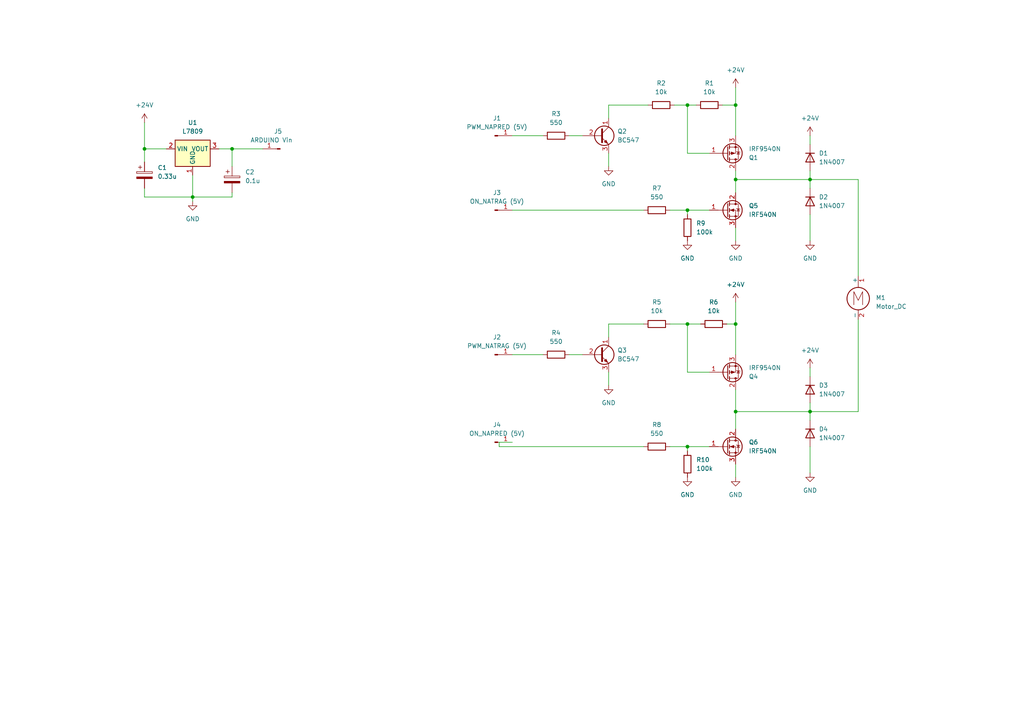
<source format=kicad_sch>
(kicad_sch (version 20230121) (generator eeschema)
  (paper "A4")
  (lib_symbols
    (symbol "Connector:Conn_01x01_Pin" (pin_names (offset 1.016) hide)
      (property "Reference" "J" (at 0 2.54 0))
      (property "Value" "Conn_01x01_Pin" (at 0 -2.54 0))
      (symbol "Conn_01x01_Pin_1_1"
        (polyline (pts (xy 1.27 0) (xy 0.8636 0)) (stroke (width 0.1524)))
        (rectangle (start 0.8636 0.127) (end 0 -0.127) (stroke (width 0.1524)) (fill (type outline)))
        (pin passive line (at 5.08 0 180) (length 3.81) (name "Pin_1") (number "1"))
      )
    )
    (symbol "Device:C_Polarized" (pin_numbers hide) (pin_names (offset 0.254))
      (property "Reference" "C" (at 0.635 2.54 0))
      (property "Value" "C_Polarized" (at 0.635 -2.54 0))
      (symbol "C_Polarized_0_1"
        (rectangle (start -2.286 0.508) (end 2.286 1.016))
        (polyline (pts (xy -1.778 2.286) (xy -0.762 2.286)))
        (polyline (pts (xy -1.27 2.794) (xy -1.27 1.778)))
        (rectangle (start 2.286 -0.508) (end -2.286 -1.016) (fill (type outline)))
      )
      (symbol "C_Polarized_1_1"
        (pin passive line (at 0 3.81 270) (length 2.794) (name "~") (number "1"))
        (pin passive line (at 0 -3.81 90) (length 2.794) (name "~") (number "2"))
      )
    )
    (symbol "Device:R" (pin_numbers hide) (pin_names (offset 0))
      (property "Reference" "R" (at 2.032 0 90))
      (property "Value" "R" (at 0 0 90))
      (symbol "R_0_1"
        (rectangle (start -1.016 -2.54) (end 1.016 2.54) (stroke (width 0.254)))
      )
      (symbol "R_1_1"
        (pin passive line (at 0 3.81 270) (length 1.27) (name "~") (number "1"))
        (pin passive line (at 0 -3.81 90) (length 1.27) (name "~") (number "2"))
      )
    )
    (symbol "Diode:1N4007" (pin_numbers hide) (pin_names hide)
      (property "Reference" "D" (at 0 2.54 0))
      (property "Value" "1N4007" (at 0 -2.54 0))
      (symbol "1N4007_0_1"
        (polyline (pts (xy -1.27 1.27) (xy -1.27 -1.27)) (stroke (width 0.254)))
        (polyline (pts (xy 1.27 0) (xy -1.27 0)))
        (polyline (pts (xy 1.27 1.27) (xy 1.27 -1.27) (xy -1.27 0) (xy 1.27 1.27)) (stroke (width 0.254)))
      )
      (symbol "1N4007_1_1"
        (pin passive line (at -3.81 0 0) (length 2.54) (name "K") (number "1"))
        (pin passive line (at 3.81 0 180) (length 2.54) (name "A") (number "2"))
      )
    )
    (symbol "Motor:Motor_DC" (pin_names (offset 0))
      (property "Reference" "M" (at 2.54 2.54 0))
      (property "Value" "Motor_DC" (at 2.54 -5.08 0))
      (symbol "Motor_DC_0_0"
        (polyline (pts (xy -1.27 -3.302) (xy -1.27 0.508) (xy 0 -2.032) (xy 1.27 0.508) (xy 1.27 -3.302)))
      )
      (symbol "Motor_DC_0_1"
        (circle (center 0 -1.524) (radius 3.2512) (stroke (width 0.254)))
        (polyline (pts (xy 0 -7.62) (xy 0 -7.112)))
        (polyline (pts (xy 0 -4.7752) (xy 0 -5.1816)))
        (polyline (pts (xy 0 1.7272) (xy 0 2.0828)))
        (polyline (pts (xy 0 2.032) (xy 0 2.54)))
      )
      (symbol "Motor_DC_1_1"
        (pin passive line (at 0 5.08 270) (length 2.54) (name "+") (number "1"))
        (pin passive line (at 0 -7.62 90) (length 2.54) (name "-") (number "2"))
      )
    )
    (symbol "Regulator_Linear:HT75xx-1-SOT89"
      (property "Reference" "U" (at -5.08 -3.81 0))
      (property "Value" "HT75xx-1-SOT89" (at 0 6.35 0))
      (symbol "HT75xx-1-SOT89_0_1"
        (rectangle (start -5.08 5.08) (end 5.08 -2.54) (stroke (width 0.254)) (fill (type background)))
      )
      (symbol "HT75xx-1-SOT89_1_1"
        (pin power_in line (at 0 -5.08 90) (length 2.54) (name "GND") (number "1"))
        (pin power_in line (at -7.62 2.54 0) (length 2.54) (name "VIN") (number "2"))
        (pin power_out line (at 7.62 2.54 180) (length 2.54) (name "VOUT") (number "3"))
      )
    )
    (symbol "Transistor_BJT:BC547" (pin_names (offset 0) hide)
      (property "Reference" "Q" (at 5.08 1.905 0))
      (property "Value" "BC547" (at 5.08 0 0))
      (symbol "BC547_0_1"
        (polyline (pts (xy 0 0) (xy 0.635 0)))
        (polyline (pts (xy 0.635 0.635) (xy 2.54 2.54)))
        (polyline (pts (xy 0.635 -0.635) (xy 2.54 -2.54) (xy 2.54 -2.54)))
        (polyline (pts (xy 0.635 1.905) (xy 0.635 -1.905) (xy 0.635 -1.905)) (stroke (width 0.508)))
        (polyline (pts (xy 1.27 -1.778) (xy 1.778 -1.27) (xy 2.286 -2.286) (xy 1.27 -1.778) (xy 1.27 -1.778)) (fill (type outline)))
        (circle (center 1.27 0) (radius 2.8194) (stroke (width 0.254)))
      )
      (symbol "BC547_1_1"
        (pin passive line (at 2.54 5.08 270) (length 2.54) (name "C") (number "1"))
        (pin input line (at -5.08 0 0) (length 5.08) (name "B") (number "2"))
        (pin passive line (at 2.54 -5.08 90) (length 2.54) (name "E") (number "3"))
      )
    )
    (symbol "Transistor_FET:IRF540N" (pin_names hide)
      (property "Reference" "Q" (at 6.35 1.905 0))
      (property "Value" "IRF540N" (at 6.35 0 0))
      (symbol "IRF540N_0_1"
        (polyline (pts (xy 0.254 0) (xy -2.54 0)))
        (polyline (pts (xy 0.254 1.905) (xy 0.254 -1.905)) (stroke (width 0.254)))
        (polyline (pts (xy 0.762 -1.27) (xy 0.762 -2.286)) (stroke (width 0.254)))
        (polyline (pts (xy 0.762 0.508) (xy 0.762 -0.508)) (stroke (width 0.254)))
        (polyline (pts (xy 0.762 2.286) (xy 0.762 1.27)) (stroke (width 0.254)))
        (polyline (pts (xy 2.54 2.54) (xy 2.54 1.778)))
        (polyline (pts (xy 2.54 -2.54) (xy 2.54 0) (xy 0.762 0)))
        (polyline (pts (xy 0.762 -1.778) (xy 3.302 -1.778) (xy 3.302 1.778) (xy 0.762 1.778)))
        (polyline (pts (xy 1.016 0) (xy 2.032 0.381) (xy 2.032 -0.381) (xy 1.016 0)) (fill (type outline)))
        (polyline (pts (xy 2.794 0.508) (xy 2.921 0.381) (xy 3.683 0.381) (xy 3.81 0.254)))
        (polyline (pts (xy 3.302 0.381) (xy 2.921 -0.254) (xy 3.683 -0.254) (xy 3.302 0.381)))
        (circle (center 1.651 0) (radius 2.794) (stroke (width 0.254)))
        (circle (center 2.54 -1.778) (radius 0.254) (fill (type outline)))
        (circle (center 2.54 1.778) (radius 0.254) (fill (type outline)))
      )
      (symbol "IRF540N_1_1"
        (pin input line (at -5.08 0 0) (length 2.54) (name "G") (number "1"))
        (pin passive line (at 2.54 5.08 270) (length 2.54) (name "D") (number "2"))
        (pin passive line (at 2.54 -5.08 90) (length 2.54) (name "S") (number "3"))
      )
    )
    (symbol "Transistor_FET:IRF9540N" (pin_names hide)
      (property "Reference" "Q" (at 5.08 1.905 0))
      (property "Value" "IRF9540N" (at 5.08 0 0))
      (symbol "IRF9540N_0_1"
        (polyline (pts (xy 0.254 0) (xy -2.54 0)))
        (polyline (pts (xy 0.254 1.905) (xy 0.254 -1.905)) (stroke (width 0.254)))
        (polyline (pts (xy 0.762 -1.27) (xy 0.762 -2.286)) (stroke (width 0.254)))
        (polyline (pts (xy 0.762 0.508) (xy 0.762 -0.508)) (stroke (width 0.254)))
        (polyline (pts (xy 0.762 2.286) (xy 0.762 1.27)) (stroke (width 0.254)))
        (polyline (pts (xy 2.54 2.54) (xy 2.54 1.778)))
        (polyline (pts (xy 2.54 -2.54) (xy 2.54 0) (xy 0.762 0)))
        (polyline (pts (xy 0.762 1.778) (xy 3.302 1.778) (xy 3.302 -1.778) (xy 0.762 -1.778)))
        (polyline (pts (xy 2.286 0) (xy 1.27 0.381) (xy 1.27 -0.381) (xy 2.286 0)) (fill (type outline)))
        (polyline (pts (xy 2.794 -0.508) (xy 2.921 -0.381) (xy 3.683 -0.381) (xy 3.81 -0.254)))
        (polyline (pts (xy 3.302 -0.381) (xy 2.921 0.254) (xy 3.683 0.254) (xy 3.302 -0.381)))
        (circle (center 1.651 0) (radius 2.794) (stroke (width 0.254)))
        (circle (center 2.54 -1.778) (radius 0.254) (fill (type outline)))
        (circle (center 2.54 1.778) (radius 0.254) (fill (type outline)))
      )
      (symbol "IRF9540N_1_1"
        (pin input line (at -5.08 0 0) (length 2.54) (name "G") (number "1"))
        (pin passive line (at 2.54 5.08 270) (length 2.54) (name "D") (number "2"))
        (pin passive line (at 2.54 -5.08 90) (length 2.54) (name "S") (number "3"))
      )
    )
    (symbol "power:+24V" (power) (pin_names (offset 0))
      (property "Value" "+24V" (at 0 3.556 0))
      (symbol "+24V_0_1"
        (polyline (pts (xy -0.762 1.27) (xy 0 2.54)))
        (polyline (pts (xy 0 0) (xy 0 2.54)))
        (polyline (pts (xy 0 2.54) (xy 0.762 1.27)))
      )
      (symbol "+24V_1_1"
        (pin power_in line (at 0 0 90) (length 0) hide (name "+24V") (number "1"))
      )
    )
    (symbol "power:GND" (power) (pin_names (offset 0))
      (property "Value" "GND" (at 0 -3.81 0))
      (symbol "GND_0_1"
        (polyline (pts (xy 0 0) (xy 0 -1.27) (xy 1.27 -1.27) (xy 0 -2.54) (xy -1.27 -1.27) (xy 0 -1.27)))
      )
      (symbol "GND_1_1"
        (pin power_in line (at 0 0 270) (length 0) hide (name "GND") (number "1"))
      )
    )
  )
  (junction (at 55.88 57.15))
  (junction (at 234.95 52.07))
  (junction (at 199.39 30.48))
  (junction (at 199.39 129.54))
  (junction (at 213.36 93.98))
  (junction (at 41.91 43.18))
  (junction (at 199.39 93.98))
  (junction (at 67.31 43.18))
  (junction (at 199.39 60.96))
  (junction (at 213.36 119.38))
  (junction (at 234.95 119.38))
  (junction (at 213.36 52.07))
  (junction (at 213.36 30.48))
  (wire (pts (xy 199.39 62.23) (xy 199.39 60.96)))
  (wire (pts (xy 234.95 54.61) (xy 234.95 52.07)))
  (wire (pts (xy 234.95 62.23) (xy 234.95 69.85)))
  (wire (pts (xy 176.53 93.98) (xy 186.69 93.98)))
  (wire (pts (xy 41.91 43.18) (xy 41.91 46.99)))
  (wire (pts (xy 194.31 93.98) (xy 199.39 93.98)))
  (wire (pts (xy 213.36 52.07) (xy 213.36 55.88)))
  (wire (pts (xy 248.92 119.38) (xy 248.92 92.71)))
  (wire (pts (xy 213.36 52.07) (xy 213.36 49.53)))
  (wire (pts (xy 209.55 30.48) (xy 213.36 30.48)))
  (wire (pts (xy 55.88 50.8) (xy 55.88 57.15)))
  (wire (pts (xy 199.39 30.48) (xy 201.93 30.48)))
  (wire (pts (xy 67.31 57.15) (xy 55.88 57.15)))
  (wire (pts (xy 248.92 80.01) (xy 248.92 52.07)))
  (wire (pts (xy 199.39 129.54) (xy 205.74 129.54)))
  (wire (pts (xy 234.95 106.68) (xy 234.95 109.22)))
  (wire (pts (xy 41.91 54.61) (xy 41.91 57.15)))
  (wire (pts (xy 234.95 116.84) (xy 234.95 119.38)))
  (wire (pts (xy 165.1 39.37) (xy 168.91 39.37)))
  (wire (pts (xy 148.59 128.27) (xy 144.78 128.27)))
  (wire (pts (xy 213.36 134.62) (xy 213.36 138.43)))
  (wire (pts (xy 234.95 119.38) (xy 248.92 119.38)))
  (wire (pts (xy 176.53 97.79) (xy 176.53 93.98)))
  (wire (pts (xy 199.39 30.48) (xy 199.39 44.45)))
  (wire (pts (xy 194.31 129.54) (xy 199.39 129.54)))
  (wire (pts (xy 41.91 57.15) (xy 55.88 57.15)))
  (wire (pts (xy 213.36 119.38) (xy 213.36 124.46)))
  (wire (pts (xy 234.95 52.07) (xy 248.92 52.07)))
  (wire (pts (xy 213.36 93.98) (xy 213.36 102.87)))
  (wire (pts (xy 165.1 102.87) (xy 168.91 102.87)))
  (wire (pts (xy 176.53 107.95) (xy 176.53 111.76)))
  (wire (pts (xy 67.31 43.18) (xy 67.31 48.26)))
  (wire (pts (xy 234.95 49.53) (xy 234.95 52.07)))
  (wire (pts (xy 63.5 43.18) (xy 67.31 43.18)))
  (wire (pts (xy 194.31 60.96) (xy 199.39 60.96)))
  (wire (pts (xy 41.91 43.18) (xy 48.26 43.18)))
  (wire (pts (xy 213.36 52.07) (xy 234.95 52.07)))
  (wire (pts (xy 210.82 93.98) (xy 213.36 93.98)))
  (wire (pts (xy 234.95 121.92) (xy 234.95 119.38)))
  (wire (pts (xy 199.39 60.96) (xy 205.74 60.96)))
  (wire (pts (xy 199.39 130.81) (xy 199.39 129.54)))
  (wire (pts (xy 199.39 93.98) (xy 203.2 93.98)))
  (wire (pts (xy 176.53 34.29) (xy 176.53 30.48)))
  (wire (pts (xy 144.78 128.27) (xy 144.78 129.54)))
  (wire (pts (xy 199.39 93.98) (xy 199.39 107.95)))
  (wire (pts (xy 148.59 102.87) (xy 157.48 102.87)))
  (wire (pts (xy 234.95 39.37) (xy 234.95 41.91)))
  (wire (pts (xy 176.53 44.45) (xy 176.53 48.26)))
  (wire (pts (xy 67.31 55.88) (xy 67.31 57.15)))
  (wire (pts (xy 213.36 30.48) (xy 213.36 39.37)))
  (wire (pts (xy 205.74 44.45) (xy 199.39 44.45)))
  (wire (pts (xy 199.39 107.95) (xy 205.74 107.95)))
  (wire (pts (xy 176.53 30.48) (xy 187.96 30.48)))
  (wire (pts (xy 195.58 30.48) (xy 199.39 30.48)))
  (wire (pts (xy 148.59 39.37) (xy 157.48 39.37)))
  (wire (pts (xy 213.36 113.03) (xy 213.36 119.38)))
  (wire (pts (xy 234.95 129.54) (xy 234.95 137.16)))
  (wire (pts (xy 55.88 57.15) (xy 55.88 58.42)))
  (wire (pts (xy 144.78 129.54) (xy 186.69 129.54)))
  (wire (pts (xy 41.91 35.56) (xy 41.91 43.18)))
  (wire (pts (xy 213.36 119.38) (xy 234.95 119.38)))
  (wire (pts (xy 213.36 66.04) (xy 213.36 69.85)))
  (wire (pts (xy 148.59 60.96) (xy 186.69 60.96)))
  (wire (pts (xy 213.36 87.63) (xy 213.36 93.98)))
  (wire (pts (xy 213.36 25.4) (xy 213.36 30.48)))
  (wire (pts (xy 67.31 43.18) (xy 76.2 43.18)))
  (symbol (lib_id "Transistor_FET:IRF9540N") (at 210.82 44.45 0) (mirror x) (unit 1)
    (property "Reference" "Q1" (at 217.17 45.72 0) (effects (justify left)))
    (property "Value" "IRF9540N" (at 217.17 43.18 0) (effects (justify left)))
    (property "Footprint" "Package_TO_SOT_THT:TO-220-3_Vertical" (effects hide))
    (property "Datasheet" "http://www.irf.com/product-info/datasheets/data/irf9540n.pdf" (effects hide))
  )
  (symbol (lib_id "power:GND") (at 199.39 69.85 0) (unit 1)
    (property "Reference" "#PWR011" (effects hide))
    (property "Value" "GND" (at 199.39 74.93 0))
  )
  (symbol (lib_id "Device:R") (at 207.01 93.98 90) (unit 1)
    (property "Reference" "R6" (at 207.01 87.63 90))
    (property "Value" "10k" (at 207.01 90.17 90))
  )
  (symbol (lib_id "Device:R") (at 190.5 129.54 90) (unit 1)
    (property "Reference" "R8" (at 190.5 123.19 90))
    (property "Value" "550" (at 190.5 125.73 90))
  )
  (symbol (lib_id "Connector:Conn_01x01_Pin") (at 81.28 43.18 180) (unit 1)
    (property "Reference" "J5" (at 80.645 38.1 0))
    (property "Value" "ARDUINO Vin" (at 78.74 40.64 0))
  )
  (symbol (lib_id "Regulator_Linear:HT75xx-1-SOT89") (at 55.88 45.72 0) (unit 1)
    (property "Reference" "U1" (at 55.88 35.56 0))
    (property "Value" "L7809" (at 55.88 38.1 0))
    (property "Footprint" "Package_TO_SOT_SMD:SOT-89-3" (effects hide))
    (property "Datasheet" "https://www.holtek.com/documents/10179/116711/HT75xx-1v250.pdf" (effects hide))
  )
  (symbol (lib_id "Diode:1N4007") (at 234.95 45.72 270) (unit 1)
    (property "Reference" "D1" (at 237.49 44.45 90) (effects (justify left)))
    (property "Value" "1N4007" (at 237.49 46.99 90) (effects (justify left)))
    (property "Footprint" "Diode_THT:D_DO-41_SOD81_P10.16mm_Horizontal" (effects hide))
    (property "Datasheet" "http://www.vishay.com/docs/88503/1n4001.pdf" (effects hide))
    (property "Sim.Device" "D" (effects hide))
    (property "Sim.Pins" "1=K 2=A" (effects hide))
  )
  (symbol (lib_id "power:+24V") (at 213.36 25.4 0) (unit 1)
    (property "Reference" "#PWR03" (effects hide))
    (property "Value" "+24V" (at 213.36 20.32 0))
  )
  (symbol (lib_id "Device:R") (at 190.5 60.96 90) (unit 1)
    (property "Reference" "R7" (at 190.5 54.61 90))
    (property "Value" "550" (at 190.5 57.15 90))
  )
  (symbol (lib_id "Device:C_Polarized") (at 41.91 50.8 0) (unit 1)
    (property "Reference" "C1" (at 45.72 48.641 0) (effects (justify left)))
    (property "Value" "0.33u" (at 45.72 51.181 0) (effects (justify left)))
  )
  (symbol (lib_id "Connector:Conn_01x01_Pin") (at 143.51 128.27 0) (unit 1)
    (property "Reference" "J4" (at 144.145 123.19 0))
    (property "Value" "ON_NAPRED (5V)" (at 144.145 125.73 0))
  )
  (symbol (lib_id "Device:R") (at 161.29 102.87 90) (unit 1)
    (property "Reference" "R4" (at 161.29 96.52 90))
    (property "Value" "550" (at 161.29 99.06 90))
  )
  (symbol (lib_id "Device:R") (at 190.5 93.98 90) (unit 1)
    (property "Reference" "R5" (at 190.5 87.63 90))
    (property "Value" "10k" (at 190.5 90.17 90))
  )
  (symbol (lib_id "Device:R") (at 205.74 30.48 90) (unit 1)
    (property "Reference" "R1" (at 205.74 24.13 90))
    (property "Value" "10k" (at 205.74 26.67 90))
  )
  (symbol (lib_id "Diode:1N4007") (at 234.95 113.03 270) (unit 1)
    (property "Reference" "D3" (at 237.49 111.76 90) (effects (justify left)))
    (property "Value" "1N4007" (at 237.49 114.3 90) (effects (justify left)))
    (property "Footprint" "Diode_THT:D_DO-41_SOD81_P10.16mm_Horizontal" (effects hide))
    (property "Datasheet" "http://www.vishay.com/docs/88503/1n4001.pdf" (effects hide))
    (property "Sim.Device" "D" (effects hide))
    (property "Sim.Pins" "1=K 2=A" (effects hide))
  )
  (symbol (lib_id "power:GND") (at 234.95 69.85 0) (unit 1)
    (property "Reference" "#PWR08" (effects hide))
    (property "Value" "GND" (at 234.95 74.93 0))
  )
  (symbol (lib_id "Diode:1N4007") (at 234.95 58.42 270) (unit 1)
    (property "Reference" "D2" (at 237.49 57.15 90) (effects (justify left)))
    (property "Value" "1N4007" (at 237.49 59.69 90) (effects (justify left)))
    (property "Footprint" "Diode_THT:D_DO-41_SOD81_P10.16mm_Horizontal" (effects hide))
    (property "Datasheet" "http://www.vishay.com/docs/88503/1n4001.pdf" (effects hide))
    (property "Sim.Device" "D" (effects hide))
    (property "Sim.Pins" "1=K 2=A" (effects hide))
  )
  (symbol (lib_id "power:GND") (at 55.88 58.42 0) (unit 1)
    (property "Reference" "#PWR014" (effects hide))
    (property "Value" "GND" (at 55.88 63.5 0))
  )
  (symbol (lib_id "Connector:Conn_01x01_Pin") (at 143.51 39.37 0) (unit 1)
    (property "Reference" "J1" (at 144.145 34.29 0))
    (property "Value" "PWM_NAPRED (5V)" (at 144.145 36.83 0))
  )
  (symbol (lib_id "power:+24V") (at 41.91 35.56 0) (unit 1)
    (property "Reference" "#PWR013" (effects hide))
    (property "Value" "+24V" (at 41.91 30.48 0))
  )
  (symbol (lib_id "power:GND") (at 176.53 111.76 0) (unit 1)
    (property "Reference" "#PWR02" (effects hide))
    (property "Value" "GND" (at 176.53 116.84 0))
  )
  (symbol (lib_id "Diode:1N4007") (at 234.95 125.73 270) (unit 1)
    (property "Reference" "D4" (at 237.49 124.46 90) (effects (justify left)))
    (property "Value" "1N4007" (at 237.49 127 90) (effects (justify left)))
    (property "Footprint" "Diode_THT:D_DO-41_SOD81_P10.16mm_Horizontal" (effects hide))
    (property "Datasheet" "http://www.vishay.com/docs/88503/1n4001.pdf" (effects hide))
    (property "Sim.Device" "D" (effects hide))
    (property "Sim.Pins" "1=K 2=A" (effects hide))
  )
  (symbol (lib_id "Device:C_Polarized") (at 67.31 52.07 0) (unit 1)
    (property "Reference" "C2" (at 71.12 49.911 0) (effects (justify left)))
    (property "Value" "0.1u" (at 71.12 52.451 0) (effects (justify left)))
  )
  (symbol (lib_id "power:GND") (at 213.36 138.43 0) (unit 1)
    (property "Reference" "#PWR06" (effects hide))
    (property "Value" "GND" (at 213.36 143.51 0))
  )
  (symbol (lib_id "Device:R") (at 199.39 134.62 180) (unit 1)
    (property "Reference" "R10" (at 201.93 133.35 0) (effects (justify right)))
    (property "Value" "100k" (at 201.93 135.89 0) (effects (justify right)))
  )
  (symbol (lib_id "Transistor_FET:IRF540N") (at 210.82 129.54 0) (unit 1)
    (property "Reference" "Q6" (at 217.17 128.27 0) (effects (justify left)))
    (property "Value" "IRF540N" (at 217.17 130.81 0) (effects (justify left)))
    (property "Footprint" "Package_TO_SOT_THT:TO-220-3_Vertical" (effects hide))
    (property "Datasheet" "http://www.irf.com/product-info/datasheets/data/irf540n.pdf" (effects hide))
  )
  (symbol (lib_id "power:GND") (at 176.53 48.26 0) (unit 1)
    (property "Reference" "#PWR01" (effects hide))
    (property "Value" "GND" (at 176.53 53.34 0))
  )
  (symbol (lib_id "Transistor_BJT:BC547") (at 173.99 39.37 0) (unit 1)
    (property "Reference" "Q2" (at 179.07 38.1 0) (effects (justify left)))
    (property "Value" "BC547" (at 179.07 40.64 0) (effects (justify left)))
    (property "Footprint" "Package_TO_SOT_THT:TO-92_Inline" (effects hide))
    (property "Datasheet" "https://www.onsemi.com/pub/Collateral/BC550-D.pdf" (effects hide))
  )
  (symbol (lib_id "power:+24V") (at 213.36 87.63 0) (unit 1)
    (property "Reference" "#PWR04" (effects hide))
    (property "Value" "+24V" (at 213.36 82.55 0))
  )
  (symbol (lib_id "Motor:Motor_DC") (at 248.92 85.09 0) (unit 1)
    (property "Reference" "M1" (at 254 86.36 0) (effects (justify left)))
    (property "Value" "Motor_DC" (at 254 88.9 0) (effects (justify left)))
  )
  (symbol (lib_id "power:+24V") (at 234.95 106.68 0) (unit 1)
    (property "Reference" "#PWR09" (effects hide))
    (property "Value" "+24V" (at 234.95 101.6 0))
  )
  (symbol (lib_id "power:GND") (at 199.39 138.43 0) (unit 1)
    (property "Reference" "#PWR012" (effects hide))
    (property "Value" "GND" (at 199.39 143.51 0))
  )
  (symbol (lib_id "Device:R") (at 191.77 30.48 90) (unit 1)
    (property "Reference" "R2" (at 191.77 24.13 90))
    (property "Value" "10k" (at 191.77 26.67 90))
  )
  (symbol (lib_id "Connector:Conn_01x01_Pin") (at 143.51 60.96 0) (unit 1)
    (property "Reference" "J3" (at 144.145 55.88 0))
    (property "Value" "ON_NATRAG (5V)" (at 144.145 58.42 0))
  )
  (symbol (lib_id "Transistor_BJT:BC547") (at 173.99 102.87 0) (unit 1)
    (property "Reference" "Q3" (at 179.07 101.6 0) (effects (justify left)))
    (property "Value" "BC547" (at 179.07 104.14 0) (effects (justify left)))
    (property "Footprint" "Package_TO_SOT_THT:TO-92_Inline" (effects hide))
    (property "Datasheet" "https://www.onsemi.com/pub/Collateral/BC550-D.pdf" (effects hide))
  )
  (symbol (lib_id "power:+24V") (at 234.95 39.37 0) (unit 1)
    (property "Reference" "#PWR07" (effects hide))
    (property "Value" "+24V" (at 234.95 34.29 0))
  )
  (symbol (lib_id "Transistor_FET:IRF9540N") (at 210.82 107.95 0) (mirror x) (unit 1)
    (property "Reference" "Q4" (at 217.17 109.22 0) (effects (justify left)))
    (property "Value" "IRF9540N" (at 217.17 106.68 0) (effects (justify left)))
    (property "Footprint" "Package_TO_SOT_THT:TO-220-3_Vertical" (effects hide))
    (property "Datasheet" "http://www.irf.com/product-info/datasheets/data/irf9540n.pdf" (effects hide))
  )
  (symbol (lib_id "power:GND") (at 213.36 69.85 0) (unit 1)
    (property "Reference" "#PWR05" (effects hide))
    (property "Value" "GND" (at 213.36 74.93 0))
  )
  (symbol (lib_id "power:GND") (at 234.95 137.16 0) (unit 1)
    (property "Reference" "#PWR010" (effects hide))
    (property "Value" "GND" (at 234.95 142.24 0))
  )
  (symbol (lib_id "Connector:Conn_01x01_Pin") (at 143.51 102.87 0) (unit 1)
    (property "Reference" "J2" (at 144.145 97.79 0))
    (property "Value" "PWM_NATRAG (5V)" (at 144.145 100.33 0))
  )
  (symbol (lib_id "Device:R") (at 199.39 66.04 180) (unit 1)
    (property "Reference" "R9" (at 201.93 64.77 0) (effects (justify right)))
    (property "Value" "100k" (at 201.93 67.31 0) (effects (justify right)))
  )
  (symbol (lib_id "Device:R") (at 161.29 39.37 90) (unit 1)
    (property "Reference" "R3" (at 161.29 33.02 90))
    (property "Value" "550" (at 161.29 35.56 90))
  )
  (symbol (lib_id "Transistor_FET:IRF540N") (at 210.82 60.96 0) (unit 1)
    (property "Reference" "Q5" (at 217.17 59.69 0) (effects (justify left)))
    (property "Value" "IRF540N" (at 217.17 62.23 0) (effects (justify left)))
    (property "Footprint" "Package_TO_SOT_THT:TO-220-3_Vertical" (effects hide))
    (property "Datasheet" "http://www.irf.com/product-info/datasheets/data/irf540n.pdf" (effects hide))
  )
)
</source>
